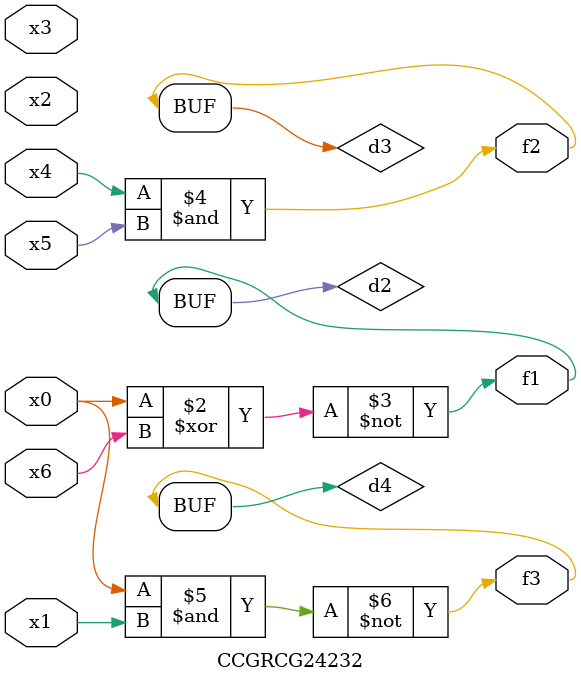
<source format=v>
module CCGRCG24232(
	input x0, x1, x2, x3, x4, x5, x6,
	output f1, f2, f3
);

	wire d1, d2, d3, d4;

	nor (d1, x0);
	xnor (d2, x0, x6);
	and (d3, x4, x5);
	nand (d4, x0, x1);
	assign f1 = d2;
	assign f2 = d3;
	assign f3 = d4;
endmodule

</source>
